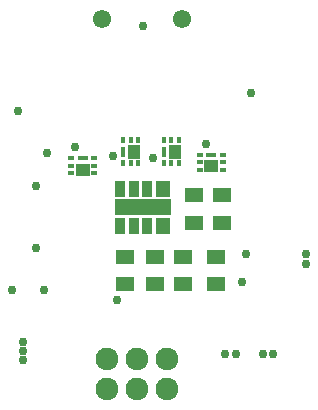
<source format=gts>
%FSTAX23Y23*%
%MOIN*%
%SFA1B1*%

%IPPOS*%
%ADD23R,0.045280X0.043310*%
%ADD24R,0.035430X0.017720*%
%ADD25R,0.023620X0.017720*%
%ADD26R,0.043310X0.045280*%
%ADD27R,0.017720X0.035430*%
%ADD28R,0.017720X0.023620*%
%ADD29R,0.038190X0.055120*%
%ADD30R,0.050390X0.055120*%
%ADD31R,0.188580X0.055120*%
%ADD32R,0.061020X0.051180*%
%ADD33C,0.061020*%
%ADD34C,0.029910*%
%ADD35C,0.075910*%
%LNpcb1-1*%
%LPD*%
G54D23*
X029Y02826D03*
X03328Y02837D03*
G54D24*
X029Y02865D03*
X03328Y02875D03*
G54D25*
X02861Y02813D03*
Y02839D03*
Y02865D03*
X02938D03*
Y02839D03*
Y02813D03*
X0329Y02824D03*
Y0285D03*
Y02875D03*
X03367D03*
Y0285D03*
Y02824D03*
G54D26*
X03073Y02886D03*
X03208D03*
G54D27*
X03035Y02886D03*
X0317D03*
G54D28*
X03086Y02848D03*
X0306D03*
X03035D03*
Y02925D03*
X0306D03*
X03086D03*
X03221Y02848D03*
X03195D03*
X0317D03*
Y02925D03*
X03195D03*
X03221D03*
G54D29*
X03024Y02637D03*
Y02762D03*
X0307Y02637D03*
Y02762D03*
X03116Y02637D03*
Y02762D03*
G54D30*
X03169Y02637D03*
Y02762D03*
G54D31*
X031Y027D03*
G54D32*
X0327Y02741D03*
Y02648D03*
X03365Y02741D03*
Y02648D03*
X0304Y02536D03*
Y02443D03*
X0314Y02536D03*
Y02443D03*
X03235Y02536D03*
Y02443D03*
X03345Y02536D03*
Y02443D03*
G54D33*
X02966Y03328D03*
X03233D03*
G54D34*
X0277Y02425D03*
X0278Y0288D03*
X031Y03305D03*
X0346Y0308D03*
X02685Y0302D03*
X02745Y02565D03*
X02665Y02425D03*
X03645Y02545D03*
Y0251D03*
X027Y0225D03*
Y0222D03*
Y0219D03*
X03445Y02545D03*
X03135Y02865D03*
X03015Y0239D03*
X02745Y0277D03*
X0343Y0245D03*
X03Y0287D03*
X0331Y0291D03*
X02875Y029D03*
X03535Y0221D03*
X03375D03*
X035D03*
X0341D03*
G54D35*
X0298Y02095D03*
X0318D03*
X0308D03*
X0298Y02195D03*
X0318D03*
X0308D03*
M02*
</source>
